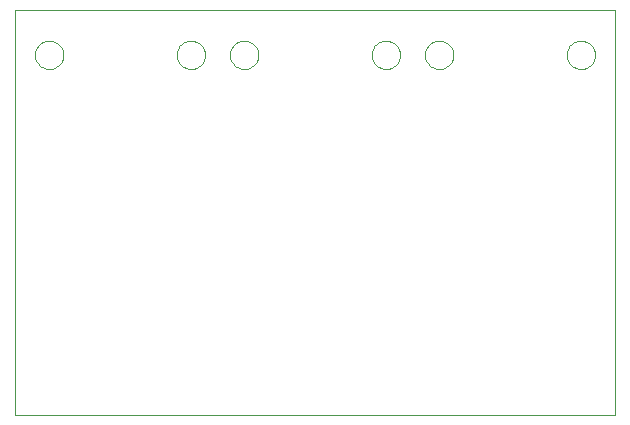
<source format=gko>
G75*
%MOIN*%
%OFA0B0*%
%FSLAX24Y24*%
%IPPOS*%
%LPD*%
%AMOC8*
5,1,8,0,0,1.08239X$1,22.5*
%
%ADD10C,0.0000*%
D10*
X001649Y012649D02*
X001649Y026145D01*
X021649Y026145D01*
X021649Y012649D01*
X001649Y012649D01*
X002314Y024649D02*
X002316Y024692D01*
X002322Y024734D01*
X002332Y024776D01*
X002345Y024817D01*
X002362Y024857D01*
X002383Y024894D01*
X002407Y024930D01*
X002434Y024963D01*
X002464Y024994D01*
X002497Y025022D01*
X002532Y025047D01*
X002569Y025068D01*
X002608Y025086D01*
X002648Y025100D01*
X002690Y025111D01*
X002732Y025118D01*
X002775Y025121D01*
X002818Y025120D01*
X002861Y025115D01*
X002903Y025106D01*
X002944Y025094D01*
X002984Y025078D01*
X003022Y025058D01*
X003058Y025035D01*
X003092Y025008D01*
X003124Y024979D01*
X003152Y024947D01*
X003178Y024912D01*
X003200Y024876D01*
X003219Y024837D01*
X003234Y024797D01*
X003246Y024756D01*
X003254Y024713D01*
X003258Y024670D01*
X003258Y024628D01*
X003254Y024585D01*
X003246Y024542D01*
X003234Y024501D01*
X003219Y024461D01*
X003200Y024422D01*
X003178Y024386D01*
X003152Y024351D01*
X003124Y024319D01*
X003092Y024290D01*
X003058Y024263D01*
X003022Y024240D01*
X002984Y024220D01*
X002944Y024204D01*
X002903Y024192D01*
X002861Y024183D01*
X002818Y024178D01*
X002775Y024177D01*
X002732Y024180D01*
X002690Y024187D01*
X002648Y024198D01*
X002608Y024212D01*
X002569Y024230D01*
X002532Y024251D01*
X002497Y024276D01*
X002464Y024304D01*
X002434Y024335D01*
X002407Y024368D01*
X002383Y024404D01*
X002362Y024441D01*
X002345Y024481D01*
X002332Y024522D01*
X002322Y024564D01*
X002316Y024606D01*
X002314Y024649D01*
X007039Y024649D02*
X007041Y024692D01*
X007047Y024734D01*
X007057Y024776D01*
X007070Y024817D01*
X007087Y024857D01*
X007108Y024894D01*
X007132Y024930D01*
X007159Y024963D01*
X007189Y024994D01*
X007222Y025022D01*
X007257Y025047D01*
X007294Y025068D01*
X007333Y025086D01*
X007373Y025100D01*
X007415Y025111D01*
X007457Y025118D01*
X007500Y025121D01*
X007543Y025120D01*
X007586Y025115D01*
X007628Y025106D01*
X007669Y025094D01*
X007709Y025078D01*
X007747Y025058D01*
X007783Y025035D01*
X007817Y025008D01*
X007849Y024979D01*
X007877Y024947D01*
X007903Y024912D01*
X007925Y024876D01*
X007944Y024837D01*
X007959Y024797D01*
X007971Y024756D01*
X007979Y024713D01*
X007983Y024670D01*
X007983Y024628D01*
X007979Y024585D01*
X007971Y024542D01*
X007959Y024501D01*
X007944Y024461D01*
X007925Y024422D01*
X007903Y024386D01*
X007877Y024351D01*
X007849Y024319D01*
X007817Y024290D01*
X007783Y024263D01*
X007747Y024240D01*
X007709Y024220D01*
X007669Y024204D01*
X007628Y024192D01*
X007586Y024183D01*
X007543Y024178D01*
X007500Y024177D01*
X007457Y024180D01*
X007415Y024187D01*
X007373Y024198D01*
X007333Y024212D01*
X007294Y024230D01*
X007257Y024251D01*
X007222Y024276D01*
X007189Y024304D01*
X007159Y024335D01*
X007132Y024368D01*
X007108Y024404D01*
X007087Y024441D01*
X007070Y024481D01*
X007057Y024522D01*
X007047Y024564D01*
X007041Y024606D01*
X007039Y024649D01*
X008814Y024649D02*
X008816Y024692D01*
X008822Y024734D01*
X008832Y024776D01*
X008845Y024817D01*
X008862Y024857D01*
X008883Y024894D01*
X008907Y024930D01*
X008934Y024963D01*
X008964Y024994D01*
X008997Y025022D01*
X009032Y025047D01*
X009069Y025068D01*
X009108Y025086D01*
X009148Y025100D01*
X009190Y025111D01*
X009232Y025118D01*
X009275Y025121D01*
X009318Y025120D01*
X009361Y025115D01*
X009403Y025106D01*
X009444Y025094D01*
X009484Y025078D01*
X009522Y025058D01*
X009558Y025035D01*
X009592Y025008D01*
X009624Y024979D01*
X009652Y024947D01*
X009678Y024912D01*
X009700Y024876D01*
X009719Y024837D01*
X009734Y024797D01*
X009746Y024756D01*
X009754Y024713D01*
X009758Y024670D01*
X009758Y024628D01*
X009754Y024585D01*
X009746Y024542D01*
X009734Y024501D01*
X009719Y024461D01*
X009700Y024422D01*
X009678Y024386D01*
X009652Y024351D01*
X009624Y024319D01*
X009592Y024290D01*
X009558Y024263D01*
X009522Y024240D01*
X009484Y024220D01*
X009444Y024204D01*
X009403Y024192D01*
X009361Y024183D01*
X009318Y024178D01*
X009275Y024177D01*
X009232Y024180D01*
X009190Y024187D01*
X009148Y024198D01*
X009108Y024212D01*
X009069Y024230D01*
X009032Y024251D01*
X008997Y024276D01*
X008964Y024304D01*
X008934Y024335D01*
X008907Y024368D01*
X008883Y024404D01*
X008862Y024441D01*
X008845Y024481D01*
X008832Y024522D01*
X008822Y024564D01*
X008816Y024606D01*
X008814Y024649D01*
X013539Y024649D02*
X013541Y024692D01*
X013547Y024734D01*
X013557Y024776D01*
X013570Y024817D01*
X013587Y024857D01*
X013608Y024894D01*
X013632Y024930D01*
X013659Y024963D01*
X013689Y024994D01*
X013722Y025022D01*
X013757Y025047D01*
X013794Y025068D01*
X013833Y025086D01*
X013873Y025100D01*
X013915Y025111D01*
X013957Y025118D01*
X014000Y025121D01*
X014043Y025120D01*
X014086Y025115D01*
X014128Y025106D01*
X014169Y025094D01*
X014209Y025078D01*
X014247Y025058D01*
X014283Y025035D01*
X014317Y025008D01*
X014349Y024979D01*
X014377Y024947D01*
X014403Y024912D01*
X014425Y024876D01*
X014444Y024837D01*
X014459Y024797D01*
X014471Y024756D01*
X014479Y024713D01*
X014483Y024670D01*
X014483Y024628D01*
X014479Y024585D01*
X014471Y024542D01*
X014459Y024501D01*
X014444Y024461D01*
X014425Y024422D01*
X014403Y024386D01*
X014377Y024351D01*
X014349Y024319D01*
X014317Y024290D01*
X014283Y024263D01*
X014247Y024240D01*
X014209Y024220D01*
X014169Y024204D01*
X014128Y024192D01*
X014086Y024183D01*
X014043Y024178D01*
X014000Y024177D01*
X013957Y024180D01*
X013915Y024187D01*
X013873Y024198D01*
X013833Y024212D01*
X013794Y024230D01*
X013757Y024251D01*
X013722Y024276D01*
X013689Y024304D01*
X013659Y024335D01*
X013632Y024368D01*
X013608Y024404D01*
X013587Y024441D01*
X013570Y024481D01*
X013557Y024522D01*
X013547Y024564D01*
X013541Y024606D01*
X013539Y024649D01*
X015314Y024649D02*
X015316Y024692D01*
X015322Y024734D01*
X015332Y024776D01*
X015345Y024817D01*
X015362Y024857D01*
X015383Y024894D01*
X015407Y024930D01*
X015434Y024963D01*
X015464Y024994D01*
X015497Y025022D01*
X015532Y025047D01*
X015569Y025068D01*
X015608Y025086D01*
X015648Y025100D01*
X015690Y025111D01*
X015732Y025118D01*
X015775Y025121D01*
X015818Y025120D01*
X015861Y025115D01*
X015903Y025106D01*
X015944Y025094D01*
X015984Y025078D01*
X016022Y025058D01*
X016058Y025035D01*
X016092Y025008D01*
X016124Y024979D01*
X016152Y024947D01*
X016178Y024912D01*
X016200Y024876D01*
X016219Y024837D01*
X016234Y024797D01*
X016246Y024756D01*
X016254Y024713D01*
X016258Y024670D01*
X016258Y024628D01*
X016254Y024585D01*
X016246Y024542D01*
X016234Y024501D01*
X016219Y024461D01*
X016200Y024422D01*
X016178Y024386D01*
X016152Y024351D01*
X016124Y024319D01*
X016092Y024290D01*
X016058Y024263D01*
X016022Y024240D01*
X015984Y024220D01*
X015944Y024204D01*
X015903Y024192D01*
X015861Y024183D01*
X015818Y024178D01*
X015775Y024177D01*
X015732Y024180D01*
X015690Y024187D01*
X015648Y024198D01*
X015608Y024212D01*
X015569Y024230D01*
X015532Y024251D01*
X015497Y024276D01*
X015464Y024304D01*
X015434Y024335D01*
X015407Y024368D01*
X015383Y024404D01*
X015362Y024441D01*
X015345Y024481D01*
X015332Y024522D01*
X015322Y024564D01*
X015316Y024606D01*
X015314Y024649D01*
X020039Y024649D02*
X020041Y024692D01*
X020047Y024734D01*
X020057Y024776D01*
X020070Y024817D01*
X020087Y024857D01*
X020108Y024894D01*
X020132Y024930D01*
X020159Y024963D01*
X020189Y024994D01*
X020222Y025022D01*
X020257Y025047D01*
X020294Y025068D01*
X020333Y025086D01*
X020373Y025100D01*
X020415Y025111D01*
X020457Y025118D01*
X020500Y025121D01*
X020543Y025120D01*
X020586Y025115D01*
X020628Y025106D01*
X020669Y025094D01*
X020709Y025078D01*
X020747Y025058D01*
X020783Y025035D01*
X020817Y025008D01*
X020849Y024979D01*
X020877Y024947D01*
X020903Y024912D01*
X020925Y024876D01*
X020944Y024837D01*
X020959Y024797D01*
X020971Y024756D01*
X020979Y024713D01*
X020983Y024670D01*
X020983Y024628D01*
X020979Y024585D01*
X020971Y024542D01*
X020959Y024501D01*
X020944Y024461D01*
X020925Y024422D01*
X020903Y024386D01*
X020877Y024351D01*
X020849Y024319D01*
X020817Y024290D01*
X020783Y024263D01*
X020747Y024240D01*
X020709Y024220D01*
X020669Y024204D01*
X020628Y024192D01*
X020586Y024183D01*
X020543Y024178D01*
X020500Y024177D01*
X020457Y024180D01*
X020415Y024187D01*
X020373Y024198D01*
X020333Y024212D01*
X020294Y024230D01*
X020257Y024251D01*
X020222Y024276D01*
X020189Y024304D01*
X020159Y024335D01*
X020132Y024368D01*
X020108Y024404D01*
X020087Y024441D01*
X020070Y024481D01*
X020057Y024522D01*
X020047Y024564D01*
X020041Y024606D01*
X020039Y024649D01*
M02*

</source>
